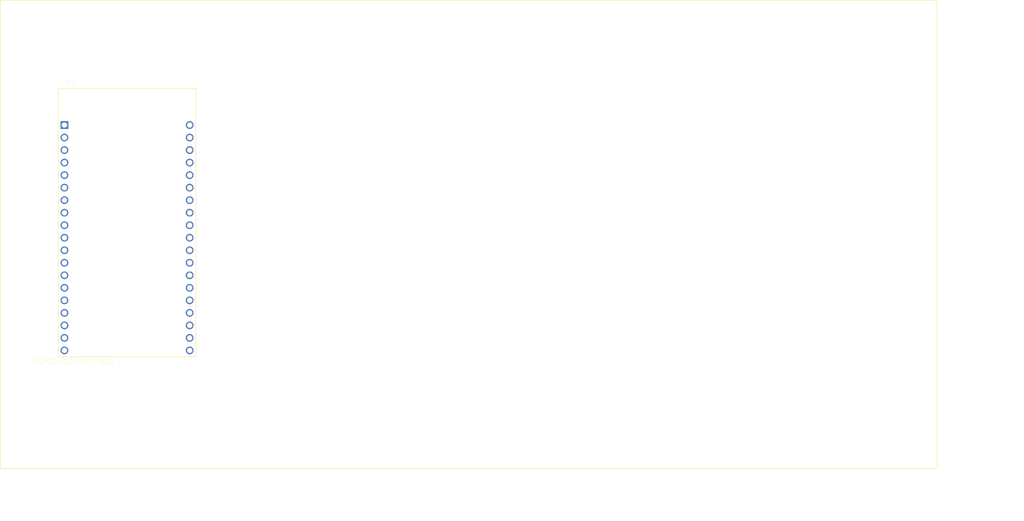
<source format=kicad_pcb>
(kicad_pcb (version 20171130) (host pcbnew "(5.1.2)-2")

  (general
    (thickness 1.6)
    (drawings 31)
    (tracks 0)
    (zones 0)
    (modules 1)
    (nets 39)
  )

  (page A4)
  (layers
    (0 F.Cu signal)
    (31 B.Cu signal)
    (32 B.Adhes user)
    (33 F.Adhes user)
    (34 B.Paste user)
    (35 F.Paste user)
    (36 B.SilkS user)
    (37 F.SilkS user)
    (38 B.Mask user)
    (39 F.Mask user)
    (40 Dwgs.User user)
    (41 Cmts.User user)
    (42 Eco1.User user)
    (43 Eco2.User user)
    (44 Edge.Cuts user)
    (45 Margin user)
    (46 B.CrtYd user)
    (47 F.CrtYd user)
    (48 B.Fab user)
    (49 F.Fab user)
  )

  (setup
    (last_trace_width 0.25)
    (user_trace_width 0.5)
    (user_trace_width 1)
    (user_trace_width 1.5)
    (user_trace_width 2)
    (user_trace_width 2.5)
    (trace_clearance 0.2)
    (zone_clearance 0.508)
    (zone_45_only no)
    (trace_min 0.2)
    (via_size 0.8)
    (via_drill 0.4)
    (via_min_size 0.4)
    (via_min_drill 0.3)
    (uvia_size 0.3)
    (uvia_drill 0.1)
    (uvias_allowed no)
    (uvia_min_size 0.2)
    (uvia_min_drill 0.1)
    (edge_width 0.05)
    (segment_width 0.2)
    (pcb_text_width 0.3)
    (pcb_text_size 1.5 1.5)
    (mod_edge_width 0.12)
    (mod_text_size 1 1)
    (mod_text_width 0.15)
    (pad_size 1.524 1.524)
    (pad_drill 0.762)
    (pad_to_mask_clearance 0.051)
    (solder_mask_min_width 0.25)
    (aux_axis_origin 0 0)
    (visible_elements 7FFFFFFF)
    (pcbplotparams
      (layerselection 0x010fc_ffffffff)
      (usegerberextensions false)
      (usegerberattributes false)
      (usegerberadvancedattributes false)
      (creategerberjobfile false)
      (excludeedgelayer true)
      (linewidth 0.100000)
      (plotframeref false)
      (viasonmask false)
      (mode 1)
      (useauxorigin false)
      (hpglpennumber 1)
      (hpglpenspeed 20)
      (hpglpendiameter 15.000000)
      (psnegative false)
      (psa4output false)
      (plotreference true)
      (plotvalue true)
      (plotinvisibletext false)
      (padsonsilk false)
      (subtractmaskfromsilk false)
      (outputformat 1)
      (mirror false)
      (drillshape 1)
      (scaleselection 1)
      (outputdirectory ""))
  )

  (net 0 "")
  (net 1 GND)
  (net 2 SDA)
  (net 3 SCL)
  (net 4 +3V3)
  (net 5 "Net-(U3-Pad38)")
  (net 6 "Net-(U3-Pad37)")
  (net 7 "Net-(U3-Pad36)")
  (net 8 "Net-(U3-Pad35)")
  (net 9 "Net-(U3-Pad34)")
  (net 10 "Net-(U3-Pad33)")
  (net 11 "Net-(U3-Pad32)")
  (net 12 "Net-(U3-Pad31)")
  (net 13 "Net-(U3-Pad30)")
  (net 14 "Net-(U3-Pad29)")
  (net 15 "Net-(U3-Pad28)")
  (net 16 "Net-(U3-Pad27)")
  (net 17 "Net-(U3-Pad26)")
  (net 18 "Net-(U3-Pad24)")
  (net 19 "Net-(U3-Pad23)")
  (net 20 "Net-(U3-Pad22)")
  (net 21 "Net-(U3-Pad20)")
  (net 22 "Net-(U3-Pad18)")
  (net 23 "Net-(U3-Pad17)")
  (net 24 "Net-(U3-Pad16)")
  (net 25 "Net-(U3-Pad15)")
  (net 26 "Net-(U3-Pad13)")
  (net 27 "Net-(U3-Pad12)")
  (net 28 "Net-(U3-Pad11)")
  (net 29 "Net-(U3-Pad10)")
  (net 30 "Net-(U3-Pad9)")
  (net 31 "Net-(U3-Pad8)")
  (net 32 "Net-(U3-Pad7)")
  (net 33 "Net-(U3-Pad6)")
  (net 34 "Net-(U3-Pad5)")
  (net 35 "Net-(U3-Pad4)")
  (net 36 "Net-(U3-Pad3)")
  (net 37 "Net-(U3-Pad19)")
  (net 38 "Net-(U3-Pad2)")

  (net_class Default "This is the default net class."
    (clearance 0.2)
    (trace_width 0.25)
    (via_dia 0.8)
    (via_drill 0.4)
    (uvia_dia 0.3)
    (uvia_drill 0.1)
    (add_net +3V3)
    (add_net GND)
    (add_net "Net-(U3-Pad10)")
    (add_net "Net-(U3-Pad11)")
    (add_net "Net-(U3-Pad12)")
    (add_net "Net-(U3-Pad13)")
    (add_net "Net-(U3-Pad15)")
    (add_net "Net-(U3-Pad16)")
    (add_net "Net-(U3-Pad17)")
    (add_net "Net-(U3-Pad18)")
    (add_net "Net-(U3-Pad19)")
    (add_net "Net-(U3-Pad2)")
    (add_net "Net-(U3-Pad20)")
    (add_net "Net-(U3-Pad22)")
    (add_net "Net-(U3-Pad23)")
    (add_net "Net-(U3-Pad24)")
    (add_net "Net-(U3-Pad26)")
    (add_net "Net-(U3-Pad27)")
    (add_net "Net-(U3-Pad28)")
    (add_net "Net-(U3-Pad29)")
    (add_net "Net-(U3-Pad3)")
    (add_net "Net-(U3-Pad30)")
    (add_net "Net-(U3-Pad31)")
    (add_net "Net-(U3-Pad32)")
    (add_net "Net-(U3-Pad33)")
    (add_net "Net-(U3-Pad34)")
    (add_net "Net-(U3-Pad35)")
    (add_net "Net-(U3-Pad36)")
    (add_net "Net-(U3-Pad37)")
    (add_net "Net-(U3-Pad38)")
    (add_net "Net-(U3-Pad4)")
    (add_net "Net-(U3-Pad5)")
    (add_net "Net-(U3-Pad6)")
    (add_net "Net-(U3-Pad7)")
    (add_net "Net-(U3-Pad8)")
    (add_net "Net-(U3-Pad9)")
    (add_net SCL)
    (add_net SDA)
  )

  (module ESP32-DEVKITC-32D:MODULE_ESP32-DEVKITC-32D (layer F.Cu) (tedit 5D38C369) (tstamp 5D37EFDC)
    (at 70.7 75.05)
    (path /5D3883D3)
    (fp_text reference U3 (at -11.4644 -28.446) (layer F.SilkS)
      (effects (font (size 1.00039 1.00039) (thickness 0.05)))
    )
    (fp_text value ESP32-DEVKITC-32D (at -10.8363 28.2945) (layer F.SilkS)
      (effects (font (size 1.00105 1.00105) (thickness 0.05)))
    )
    (fp_circle (center -14.6 -19.9) (end -14.46 -19.9) (layer Eco2.User) (width 0.28))
    (fp_circle (center -14.6 -19.9) (end -14.46 -19.9) (layer Eco2.User) (width 0.28))
    (fp_line (start -14.2 27.5) (end -14.2 -27.4) (layer Eco1.User) (width 0.05))
    (fp_line (start 14.2 27.5) (end -14.2 27.5) (layer Eco1.User) (width 0.05))
    (fp_line (start 14.2 -27.4) (end 14.2 27.5) (layer Eco1.User) (width 0.05))
    (fp_line (start -14.2 -27.4) (end 14.2 -27.4) (layer Eco1.User) (width 0.05))
    (fp_line (start 13.95 27.25) (end -13.95 27.25) (layer F.SilkS) (width 0.127))
    (fp_line (start 13.95 -27.15) (end 13.95 27.25) (layer F.SilkS) (width 0.127))
    (fp_line (start -13.95 -27.15) (end 13.95 -27.15) (layer F.SilkS) (width 0.127))
    (fp_line (start -13.95 27.25) (end -13.95 -27.15) (layer F.SilkS) (width 0.127))
    (fp_line (start -13.95 27.25) (end -13.95 -27.15) (layer Eco2.User) (width 0.127))
    (fp_line (start 13.95 27.25) (end -13.95 27.25) (layer Eco2.User) (width 0.127))
    (fp_line (start 13.95 -27.15) (end 13.95 27.25) (layer Eco2.User) (width 0.127))
    (fp_line (start -13.95 -27.15) (end 13.95 -27.15) (layer Eco2.User) (width 0.127))
    (pad 38 thru_hole circle (at 12.7 25.96) (size 1.56 1.56) (drill 1.04) (layers *.Cu *.Mask)
      (net 5 "Net-(U3-Pad38)"))
    (pad 37 thru_hole circle (at 12.7 23.42) (size 1.56 1.56) (drill 1.04) (layers *.Cu *.Mask)
      (net 6 "Net-(U3-Pad37)"))
    (pad 36 thru_hole circle (at 12.7 20.88) (size 1.56 1.56) (drill 1.04) (layers *.Cu *.Mask)
      (net 7 "Net-(U3-Pad36)"))
    (pad 35 thru_hole circle (at 12.7 18.34) (size 1.56 1.56) (drill 1.04) (layers *.Cu *.Mask)
      (net 8 "Net-(U3-Pad35)"))
    (pad 34 thru_hole circle (at 12.7 15.8) (size 1.56 1.56) (drill 1.04) (layers *.Cu *.Mask)
      (net 9 "Net-(U3-Pad34)"))
    (pad 33 thru_hole circle (at 12.7 13.26) (size 1.56 1.56) (drill 1.04) (layers *.Cu *.Mask)
      (net 10 "Net-(U3-Pad33)"))
    (pad 32 thru_hole circle (at 12.7 10.72) (size 1.56 1.56) (drill 1.04) (layers *.Cu *.Mask)
      (net 11 "Net-(U3-Pad32)"))
    (pad 31 thru_hole circle (at 12.7 8.18) (size 1.56 1.56) (drill 1.04) (layers *.Cu *.Mask)
      (net 12 "Net-(U3-Pad31)"))
    (pad 30 thru_hole circle (at 12.7 5.64) (size 1.56 1.56) (drill 1.04) (layers *.Cu *.Mask)
      (net 13 "Net-(U3-Pad30)"))
    (pad 29 thru_hole circle (at 12.7 3.1) (size 1.56 1.56) (drill 1.04) (layers *.Cu *.Mask)
      (net 14 "Net-(U3-Pad29)"))
    (pad 28 thru_hole circle (at 12.7 0.56) (size 1.56 1.56) (drill 1.04) (layers *.Cu *.Mask)
      (net 15 "Net-(U3-Pad28)"))
    (pad 27 thru_hole circle (at 12.7 -1.98) (size 1.56 1.56) (drill 1.04) (layers *.Cu *.Mask)
      (net 16 "Net-(U3-Pad27)"))
    (pad 26 thru_hole circle (at 12.7 -4.52) (size 1.56 1.56) (drill 1.04) (layers *.Cu *.Mask)
      (net 17 "Net-(U3-Pad26)"))
    (pad 25 thru_hole circle (at 12.7 -7.06) (size 1.56 1.56) (drill 1.04) (layers *.Cu *.Mask)
      (net 2 SDA))
    (pad 24 thru_hole circle (at 12.7 -9.6) (size 1.56 1.56) (drill 1.04) (layers *.Cu *.Mask)
      (net 18 "Net-(U3-Pad24)"))
    (pad 23 thru_hole circle (at 12.7 -12.14) (size 1.56 1.56) (drill 1.04) (layers *.Cu *.Mask)
      (net 19 "Net-(U3-Pad23)"))
    (pad 22 thru_hole circle (at 12.7 -14.68) (size 1.56 1.56) (drill 1.04) (layers *.Cu *.Mask)
      (net 20 "Net-(U3-Pad22)"))
    (pad 21 thru_hole circle (at 12.7 -17.22) (size 1.56 1.56) (drill 1.04) (layers *.Cu *.Mask)
      (net 3 SCL))
    (pad 20 thru_hole circle (at 12.7 -19.76) (size 1.56 1.56) (drill 1.04) (layers *.Cu *.Mask)
      (net 21 "Net-(U3-Pad20)"))
    (pad 18 thru_hole circle (at -12.7 23.42) (size 1.56 1.56) (drill 1.04) (layers *.Cu *.Mask)
      (net 22 "Net-(U3-Pad18)"))
    (pad 17 thru_hole circle (at -12.7 20.88) (size 1.56 1.56) (drill 1.04) (layers *.Cu *.Mask)
      (net 23 "Net-(U3-Pad17)"))
    (pad 16 thru_hole circle (at -12.7 18.34) (size 1.56 1.56) (drill 1.04) (layers *.Cu *.Mask)
      (net 24 "Net-(U3-Pad16)"))
    (pad 15 thru_hole circle (at -12.7 15.8) (size 1.56 1.56) (drill 1.04) (layers *.Cu *.Mask)
      (net 25 "Net-(U3-Pad15)"))
    (pad 14 thru_hole circle (at -12.7 13.26) (size 1.56 1.56) (drill 1.04) (layers *.Cu *.Mask)
      (net 1 GND))
    (pad 13 thru_hole circle (at -12.7 10.72) (size 1.56 1.56) (drill 1.04) (layers *.Cu *.Mask)
      (net 26 "Net-(U3-Pad13)"))
    (pad 12 thru_hole circle (at -12.7 8.18) (size 1.56 1.56) (drill 1.04) (layers *.Cu *.Mask)
      (net 27 "Net-(U3-Pad12)"))
    (pad 11 thru_hole circle (at -12.7 5.64) (size 1.56 1.56) (drill 1.04) (layers *.Cu *.Mask)
      (net 28 "Net-(U3-Pad11)"))
    (pad 10 thru_hole circle (at -12.7 3.1) (size 1.56 1.56) (drill 1.04) (layers *.Cu *.Mask)
      (net 29 "Net-(U3-Pad10)"))
    (pad 9 thru_hole circle (at -12.7 0.56) (size 1.56 1.56) (drill 1.04) (layers *.Cu *.Mask)
      (net 30 "Net-(U3-Pad9)"))
    (pad 8 thru_hole circle (at -12.7 -1.98) (size 1.56 1.56) (drill 1.04) (layers *.Cu *.Mask)
      (net 31 "Net-(U3-Pad8)"))
    (pad 7 thru_hole circle (at -12.7 -4.52) (size 1.56 1.56) (drill 1.04) (layers *.Cu *.Mask)
      (net 32 "Net-(U3-Pad7)"))
    (pad 6 thru_hole circle (at -12.7 -7.06) (size 1.56 1.56) (drill 1.04) (layers *.Cu *.Mask)
      (net 33 "Net-(U3-Pad6)"))
    (pad 5 thru_hole circle (at -12.7 -9.6) (size 1.56 1.56) (drill 1.04) (layers *.Cu *.Mask)
      (net 34 "Net-(U3-Pad5)"))
    (pad 4 thru_hole circle (at -12.7 -12.14) (size 1.56 1.56) (drill 1.04) (layers *.Cu *.Mask)
      (net 35 "Net-(U3-Pad4)"))
    (pad 3 thru_hole circle (at -12.7 -14.68) (size 1.56 1.56) (drill 1.04) (layers *.Cu *.Mask)
      (net 36 "Net-(U3-Pad3)"))
    (pad 19 thru_hole circle (at -12.7 25.96) (size 1.56 1.56) (drill 1.04) (layers *.Cu *.Mask)
      (net 37 "Net-(U3-Pad19)"))
    (pad 2 thru_hole circle (at -12.7 -17.22) (size 1.56 1.56) (drill 1.04) (layers *.Cu *.Mask)
      (net 38 "Net-(U3-Pad2)"))
    (pad 1 thru_hole rect (at -12.7 -19.76) (size 1.56 1.56) (drill 1.04) (layers *.Cu *.Mask)
      (net 4 +3V3))
    (model ${KICAD_USER_TEMPLATE_DIR}/esp32-devkitc-32d/ESP32-DEVKITC-32D.STEP
      (at (xyz 0 0 0))
      (scale (xyz 1 1 1))
      (rotate (xyz 0 0 0))
    )
  )

  (gr_circle (center 118.7 104.999391) (end 120.75 104.949391) (layer Cmts.User) (width 0.15) (tstamp 5D2DAE22))
  (gr_circle (center 229 105) (end 231.05 104.95) (layer Cmts.User) (width 0.15))
  (dimension 20 (width 0.15) (layer Cmts.User)
    (gr_text "20,000 mm" (at 251.3 115 270) (layer Cmts.User)
      (effects (font (size 1 1) (thickness 0.15)))
    )
    (feature1 (pts (xy 229 125) (xy 250.586421 125)))
    (feature2 (pts (xy 229 105) (xy 250.586421 105)))
    (crossbar (pts (xy 250 105) (xy 250 125)))
    (arrow1a (pts (xy 250 125) (xy 249.413579 123.873496)))
    (arrow1b (pts (xy 250 125) (xy 250.586421 123.873496)))
    (arrow2a (pts (xy 250 105) (xy 249.413579 106.126504)))
    (arrow2b (pts (xy 250 105) (xy 250.586421 106.126504)))
  )
  (dimension 110.3 (width 0.15) (layer Cmts.User)
    (gr_text "110,300 mm" (at 173.85 98.600001) (layer Cmts.User)
      (effects (font (size 1 1) (thickness 0.15)))
    )
    (feature1 (pts (xy 118.7 105) (xy 118.7 99.31358)))
    (feature2 (pts (xy 229 105) (xy 229 99.31358)))
    (crossbar (pts (xy 229 99.900001) (xy 118.7 99.900001)))
    (arrow1a (pts (xy 118.7 99.900001) (xy 119.826504 99.31358)))
    (arrow1b (pts (xy 118.7 99.900001) (xy 119.826504 100.486422)))
    (arrow2a (pts (xy 229 99.900001) (xy 227.873496 99.31358)))
    (arrow2b (pts (xy 229 99.900001) (xy 227.873496 100.486422)))
  )
  (dimension 6 (width 0.15) (layer Cmts.User)
    (gr_text "6,000 mm" (at 232 98.6) (layer Cmts.User)
      (effects (font (size 1 1) (thickness 0.15)))
    )
    (feature1 (pts (xy 229 105) (xy 229 99.313579)))
    (feature2 (pts (xy 235 105) (xy 235 99.313579)))
    (crossbar (pts (xy 235 99.9) (xy 229 99.9)))
    (arrow1a (pts (xy 229 99.9) (xy 230.126504 99.313579)))
    (arrow1b (pts (xy 229 99.9) (xy 230.126504 100.486421)))
    (arrow2a (pts (xy 235 99.9) (xy 233.873496 99.313579)))
    (arrow2b (pts (xy 235 99.9) (xy 233.873496 100.486421)))
  )
  (dimension 9 (width 0.15) (layer Cmts.User)
    (gr_text "9,000 mm" (at 64 136.3) (layer Cmts.User)
      (effects (font (size 1 1) (thickness 0.15)))
    )
    (feature1 (pts (xy 59.5 125) (xy 59.5 135.586421)))
    (feature2 (pts (xy 68.5 125) (xy 68.5 135.586421)))
    (crossbar (pts (xy 68.5 135) (xy 59.5 135)))
    (arrow1a (pts (xy 59.5 135) (xy 60.626504 134.413579)))
    (arrow1b (pts (xy 59.5 135) (xy 60.626504 135.586421)))
    (arrow2a (pts (xy 68.5 135) (xy 67.373496 134.413579)))
    (arrow2b (pts (xy 68.5 135) (xy 67.373496 135.586421)))
  )
  (dimension 4.5 (width 0.15) (layer Cmts.User)
    (gr_text "4,500 mm" (at 70.75 136.3) (layer Cmts.User)
      (effects (font (size 1 1) (thickness 0.15)))
    )
    (feature1 (pts (xy 68.5 125) (xy 68.5 135.586421)))
    (feature2 (pts (xy 73 125) (xy 73 135.586421)))
    (crossbar (pts (xy 73 135) (xy 68.5 135)))
    (arrow1a (pts (xy 68.5 135) (xy 69.626504 134.413579)))
    (arrow1b (pts (xy 68.5 135) (xy 69.626504 135.586421)))
    (arrow2a (pts (xy 73 135) (xy 71.873496 134.413579)))
    (arrow2b (pts (xy 73 135) (xy 71.873496 135.586421)))
  )
  (dimension 14 (width 0.15) (layer Cmts.User)
    (gr_text "14,000 mm" (at 80 136.3) (layer Cmts.User)
      (effects (font (size 1 1) (thickness 0.15)))
    )
    (feature1 (pts (xy 73 125) (xy 73 135.586421)))
    (feature2 (pts (xy 87 125) (xy 87 135.586421)))
    (crossbar (pts (xy 87 135) (xy 73 135)))
    (arrow1a (pts (xy 73 135) (xy 74.126504 134.413579)))
    (arrow1b (pts (xy 73 135) (xy 74.126504 135.586421)))
    (arrow2a (pts (xy 87 135) (xy 85.873496 134.413579)))
    (arrow2b (pts (xy 87 135) (xy 85.873496 135.586421)))
  )
  (dimension 6 (width 0.15) (layer Cmts.User)
    (gr_text "6,000 mm" (at 90 136.3) (layer Cmts.User)
      (effects (font (size 1 1) (thickness 0.15)))
    )
    (feature1 (pts (xy 87 125) (xy 87 135.586421)))
    (feature2 (pts (xy 93 125) (xy 93 135.586421)))
    (crossbar (pts (xy 93 135) (xy 87 135)))
    (arrow1a (pts (xy 87 135) (xy 88.126504 134.413579)))
    (arrow1b (pts (xy 87 135) (xy 88.126504 135.586421)))
    (arrow2a (pts (xy 93 135) (xy 91.873496 134.413579)))
    (arrow2b (pts (xy 93 135) (xy 91.873496 135.586421)))
  )
  (dimension 10 (width 0.15) (layer Cmts.User) (tstamp 5D2DAC39)
    (gr_text "10,000 mm" (at 98 136.3) (layer Cmts.User) (tstamp 5D2DAC39)
      (effects (font (size 1 1) (thickness 0.15)))
    )
    (feature1 (pts (xy 93 125) (xy 93 135.586421)))
    (feature2 (pts (xy 103 125) (xy 103 135.586421)))
    (crossbar (pts (xy 103 135) (xy 93 135)))
    (arrow1a (pts (xy 93 135) (xy 94.126504 134.413579)))
    (arrow1b (pts (xy 93 135) (xy 94.126504 135.586421)))
    (arrow2a (pts (xy 103 135) (xy 101.873496 134.413579)))
    (arrow2b (pts (xy 103 135) (xy 101.873496 135.586421)))
  )
  (dimension 3 (width 0.15) (layer Cmts.User) (tstamp 5D2DAC2B)
    (gr_text "3,000 mm" (at 104.5 136.3) (layer Cmts.User) (tstamp 5D2DAC2B)
      (effects (font (size 1 1) (thickness 0.15)))
    )
    (feature1 (pts (xy 103 125) (xy 103 135.586421)))
    (feature2 (pts (xy 106 125) (xy 106 135.586421)))
    (crossbar (pts (xy 106 135) (xy 103 135)))
    (arrow1a (pts (xy 103 135) (xy 104.126504 134.413579)))
    (arrow1b (pts (xy 103 135) (xy 104.126504 135.586421)))
    (arrow2a (pts (xy 106 135) (xy 104.873496 134.413579)))
    (arrow2b (pts (xy 106 135) (xy 104.873496 135.586421)))
  )
  (dimension 4.5 (width 0.15) (layer Cmts.User)
    (gr_text "4,500 mm" (at 108.25 136.3) (layer Cmts.User)
      (effects (font (size 1 1) (thickness 0.15)))
    )
    (feature1 (pts (xy 106 125) (xy 106 135.586421)))
    (feature2 (pts (xy 110.5 125) (xy 110.5 135.586421)))
    (crossbar (pts (xy 110.5 135) (xy 106 135)))
    (arrow1a (pts (xy 106 135) (xy 107.126504 134.413579)))
    (arrow1b (pts (xy 106 135) (xy 107.126504 135.586421)))
    (arrow2a (pts (xy 110.5 135) (xy 109.373496 134.413579)))
    (arrow2b (pts (xy 110.5 135) (xy 109.373496 135.586421)))
  )
  (dimension 3 (width 0.15) (layer Cmts.User)
    (gr_text "3,000 mm" (at 112 136.3) (layer Cmts.User)
      (effects (font (size 1 1) (thickness 0.15)))
    )
    (feature1 (pts (xy 110.5 125) (xy 110.5 135.586421)))
    (feature2 (pts (xy 113.5 125) (xy 113.5 135.586421)))
    (crossbar (pts (xy 113.5 135) (xy 110.5 135)))
    (arrow1a (pts (xy 110.5 135) (xy 111.626504 134.413579)))
    (arrow1b (pts (xy 110.5 135) (xy 111.626504 135.586421)))
    (arrow2a (pts (xy 113.5 135) (xy 112.373496 134.413579)))
    (arrow2b (pts (xy 113.5 135) (xy 112.373496 135.586421)))
  )
  (dimension 10 (width 0.15) (layer Cmts.User)
    (gr_text "10,000 mm" (at 118.5 136.3) (layer Cmts.User)
      (effects (font (size 1 1) (thickness 0.15)))
    )
    (feature1 (pts (xy 113.5 125) (xy 113.5 135.586421)))
    (feature2 (pts (xy 123.5 125) (xy 123.5 135.586421)))
    (crossbar (pts (xy 123.5 135) (xy 113.5 135)))
    (arrow1a (pts (xy 113.5 135) (xy 114.626504 134.413579)))
    (arrow1b (pts (xy 113.5 135) (xy 114.626504 135.586421)))
    (arrow2a (pts (xy 123.5 135) (xy 122.373496 134.413579)))
    (arrow2b (pts (xy 123.5 135) (xy 122.373496 135.586421)))
  )
  (dimension 15 (width 0.15) (layer Cmts.User)
    (gr_text "15,000 mm" (at 131 136.3) (layer Cmts.User)
      (effects (font (size 1 1) (thickness 0.15)))
    )
    (feature1 (pts (xy 123.5 125) (xy 123.5 135.586421)))
    (feature2 (pts (xy 138.5 125) (xy 138.5 135.586421)))
    (crossbar (pts (xy 138.5 135) (xy 123.5 135)))
    (arrow1a (pts (xy 123.5 135) (xy 124.626504 134.413579)))
    (arrow1b (pts (xy 123.5 135) (xy 124.626504 135.586421)))
    (arrow2a (pts (xy 138.5 135) (xy 137.373496 134.413579)))
    (arrow2b (pts (xy 138.5 135) (xy 137.373496 135.586421)))
  )
  (dimension 23 (width 0.15) (layer Cmts.User)
    (gr_text "23,000 mm" (at 150 136.3) (layer Cmts.User)
      (effects (font (size 1 1) (thickness 0.15)))
    )
    (feature1 (pts (xy 138.5 125) (xy 138.5 135.586421)))
    (feature2 (pts (xy 161.5 125) (xy 161.5 135.586421)))
    (crossbar (pts (xy 161.5 135) (xy 138.5 135)))
    (arrow1a (pts (xy 138.5 135) (xy 139.626504 134.413579)))
    (arrow1b (pts (xy 138.5 135) (xy 139.626504 135.586421)))
    (arrow2a (pts (xy 161.5 135) (xy 160.373496 134.413579)))
    (arrow2b (pts (xy 161.5 135) (xy 160.373496 135.586421)))
  )
  (dimension 7 (width 0.15) (layer Cmts.User)
    (gr_text "7,000 mm" (at 165 136.3) (layer Cmts.User)
      (effects (font (size 1 1) (thickness 0.15)))
    )
    (feature1 (pts (xy 161.5 125) (xy 161.5 135.586421)))
    (feature2 (pts (xy 168.5 125) (xy 168.5 135.586421)))
    (crossbar (pts (xy 168.5 135) (xy 161.5 135)))
    (arrow1a (pts (xy 161.5 135) (xy 162.626504 134.413579)))
    (arrow1b (pts (xy 161.5 135) (xy 162.626504 135.586421)))
    (arrow2a (pts (xy 168.5 135) (xy 167.373496 134.413579)))
    (arrow2b (pts (xy 168.5 135) (xy 167.373496 135.586421)))
  )
  (dimension 4.5 (width 0.15) (layer Cmts.User) (tstamp 5D2DAAEF)
    (gr_text "4,500 mm" (at 170.75 136.3) (layer Cmts.User) (tstamp 5D2DAAEF)
      (effects (font (size 1 1) (thickness 0.15)))
    )
    (feature1 (pts (xy 168.5 125) (xy 168.5 135.586421)))
    (feature2 (pts (xy 173 125) (xy 173 135.586421)))
    (crossbar (pts (xy 173 135) (xy 168.5 135)))
    (arrow1a (pts (xy 168.5 135) (xy 169.626504 134.413579)))
    (arrow1b (pts (xy 168.5 135) (xy 169.626504 135.586421)))
    (arrow2a (pts (xy 173 135) (xy 171.873496 134.413579)))
    (arrow2b (pts (xy 173 135) (xy 171.873496 135.586421)))
  )
  (dimension 3 (width 0.15) (layer Cmts.User) (tstamp 5D2DAADC)
    (gr_text "3,000 mm" (at 174.5 136.3) (layer Cmts.User) (tstamp 5D2DAADC)
      (effects (font (size 1 1) (thickness 0.15)))
    )
    (feature1 (pts (xy 173 125) (xy 173 135.586421)))
    (feature2 (pts (xy 176 125) (xy 176 135.586421)))
    (crossbar (pts (xy 176 135) (xy 173 135)))
    (arrow1a (pts (xy 173 135) (xy 174.126504 134.413579)))
    (arrow1b (pts (xy 173 135) (xy 174.126504 135.586421)))
    (arrow2a (pts (xy 176 135) (xy 174.873496 134.413579)))
    (arrow2b (pts (xy 176 135) (xy 174.873496 135.586421)))
  )
  (dimension 18 (width 0.15) (layer Cmts.User)
    (gr_text "18,000 mm" (at 185 136.3) (layer Cmts.User)
      (effects (font (size 1 1) (thickness 0.15)))
    )
    (feature1 (pts (xy 176 125) (xy 176 135.586421)))
    (feature2 (pts (xy 194 125) (xy 194 135.586421)))
    (crossbar (pts (xy 194 135) (xy 176 135)))
    (arrow1a (pts (xy 176 135) (xy 177.126504 134.413579)))
    (arrow1b (pts (xy 176 135) (xy 177.126504 135.586421)))
    (arrow2a (pts (xy 194 135) (xy 192.873496 134.413579)))
    (arrow2b (pts (xy 194 135) (xy 192.873496 135.586421)))
  )
  (dimension 3 (width 0.15) (layer Cmts.User)
    (gr_text "3,000 mm" (at 195.5 136.3) (layer Cmts.User)
      (effects (font (size 1 1) (thickness 0.15)))
    )
    (feature1 (pts (xy 194 125) (xy 194 135.586421)))
    (feature2 (pts (xy 197 125) (xy 197 135.586421)))
    (crossbar (pts (xy 197 135) (xy 194 135)))
    (arrow1a (pts (xy 194 135) (xy 195.126504 134.413579)))
    (arrow1b (pts (xy 194 135) (xy 195.126504 135.586421)))
    (arrow2a (pts (xy 197 135) (xy 195.873496 134.413579)))
    (arrow2b (pts (xy 197 135) (xy 195.873496 135.586421)))
  )
  (dimension 4.5 (width 0.15) (layer Cmts.User)
    (gr_text "4,500 mm" (at 199.25 136.3) (layer Cmts.User)
      (effects (font (size 1 1) (thickness 0.15)))
    )
    (feature1 (pts (xy 197 125) (xy 197 135.586421)))
    (feature2 (pts (xy 201.5 125) (xy 201.5 135.586421)))
    (crossbar (pts (xy 201.5 135) (xy 197 135)))
    (arrow1a (pts (xy 197 135) (xy 198.126504 134.413579)))
    (arrow1b (pts (xy 197 135) (xy 198.126504 135.586421)))
    (arrow2a (pts (xy 201.5 135) (xy 200.373496 134.413579)))
    (arrow2b (pts (xy 201.5 135) (xy 200.373496 135.586421)))
  )
  (dimension 14 (width 0.15) (layer Cmts.User) (tstamp 5D2DAA19)
    (gr_text "14,000 mm" (at 208.5 136.3) (layer Cmts.User) (tstamp 5D2DAA19)
      (effects (font (size 1 1) (thickness 0.15)))
    )
    (feature1 (pts (xy 201.5 125) (xy 201.5 135.586421)))
    (feature2 (pts (xy 215.5 125) (xy 215.5 135.586421)))
    (crossbar (pts (xy 215.5 135) (xy 201.5 135)))
    (arrow1a (pts (xy 201.5 135) (xy 202.626504 134.413579)))
    (arrow1b (pts (xy 201.5 135) (xy 202.626504 135.586421)))
    (arrow2a (pts (xy 215.5 135) (xy 214.373496 134.413579)))
    (arrow2b (pts (xy 215.5 135) (xy 214.373496 135.586421)))
  )
  (dimension 5.5 (width 0.15) (layer Cmts.User)
    (gr_text "5,500 mm" (at 218.25 136.3) (layer Cmts.User)
      (effects (font (size 1 1) (thickness 0.15)))
    )
    (feature1 (pts (xy 215.5 125) (xy 215.5 135.586421)))
    (feature2 (pts (xy 221 125) (xy 221 135.586421)))
    (crossbar (pts (xy 221 135) (xy 215.5 135)))
    (arrow1a (pts (xy 215.5 135) (xy 216.626504 134.413579)))
    (arrow1b (pts (xy 215.5 135) (xy 216.626504 135.586421)))
    (arrow2a (pts (xy 221 135) (xy 219.873496 134.413579)))
    (arrow2b (pts (xy 221 135) (xy 219.873496 135.586421)))
  )
  (dimension 14 (width 0.15) (layer Cmts.User)
    (gr_text "14,000 mm" (at 228 136.3) (layer Cmts.User)
      (effects (font (size 1 1) (thickness 0.15)))
    )
    (feature1 (pts (xy 221 125) (xy 221 135.586421)))
    (feature2 (pts (xy 235 125) (xy 235 135.586421)))
    (crossbar (pts (xy 235 135) (xy 221 135)))
    (arrow1a (pts (xy 221 135) (xy 222.126504 134.413579)))
    (arrow1b (pts (xy 221 135) (xy 222.126504 135.586421)))
    (arrow2a (pts (xy 235 135) (xy 233.873496 134.413579)))
    (arrow2b (pts (xy 235 135) (xy 233.873496 135.586421)))
  )
  (gr_line (start 235 125) (end 235 30) (layer F.SilkS) (width 0.12) (tstamp 5D2DA85D))
  (gr_line (start 45 125) (end 235 125) (layer F.SilkS) (width 0.12))
  (gr_line (start 45 30) (end 45 125) (layer F.SilkS) (width 0.12))
  (gr_line (start 235 30) (end 45 30) (layer F.SilkS) (width 0.12))
  (dimension 95 (width 0.15) (layer Cmts.User)
    (gr_text "95,000 mm" (at 223.7 77.5 270) (layer Cmts.User)
      (effects (font (size 1 1) (thickness 0.15)))
    )
    (feature1 (pts (xy 225 125) (xy 224.413579 125)))
    (feature2 (pts (xy 225 30) (xy 224.413579 30)))
    (crossbar (pts (xy 225 30) (xy 225 125)))
    (arrow1a (pts (xy 225 125) (xy 224.413579 123.873496)))
    (arrow1b (pts (xy 225 125) (xy 225.586421 123.873496)))
    (arrow2a (pts (xy 225 30) (xy 224.413579 31.126504)))
    (arrow2b (pts (xy 225 30) (xy 225.586421 31.126504)))
  )
  (dimension 190 (width 0.15) (layer Cmts.User) (tstamp 5D329BD6)
    (gr_text "190,000 mm" (at 140 41.3) (layer Cmts.User) (tstamp 5D329BD6)
      (effects (font (size 1 1) (thickness 0.15)))
    )
    (feature1 (pts (xy 235 40) (xy 235 40.586421)))
    (feature2 (pts (xy 45 40) (xy 45 40.586421)))
    (crossbar (pts (xy 45 40) (xy 235 40)))
    (arrow1a (pts (xy 235 40) (xy 233.873496 40.586421)))
    (arrow1b (pts (xy 235 40) (xy 233.873496 39.413579)))
    (arrow2a (pts (xy 45 40) (xy 46.126504 40.586421)))
    (arrow2b (pts (xy 45 40) (xy 46.126504 39.413579)))
  )

)

</source>
